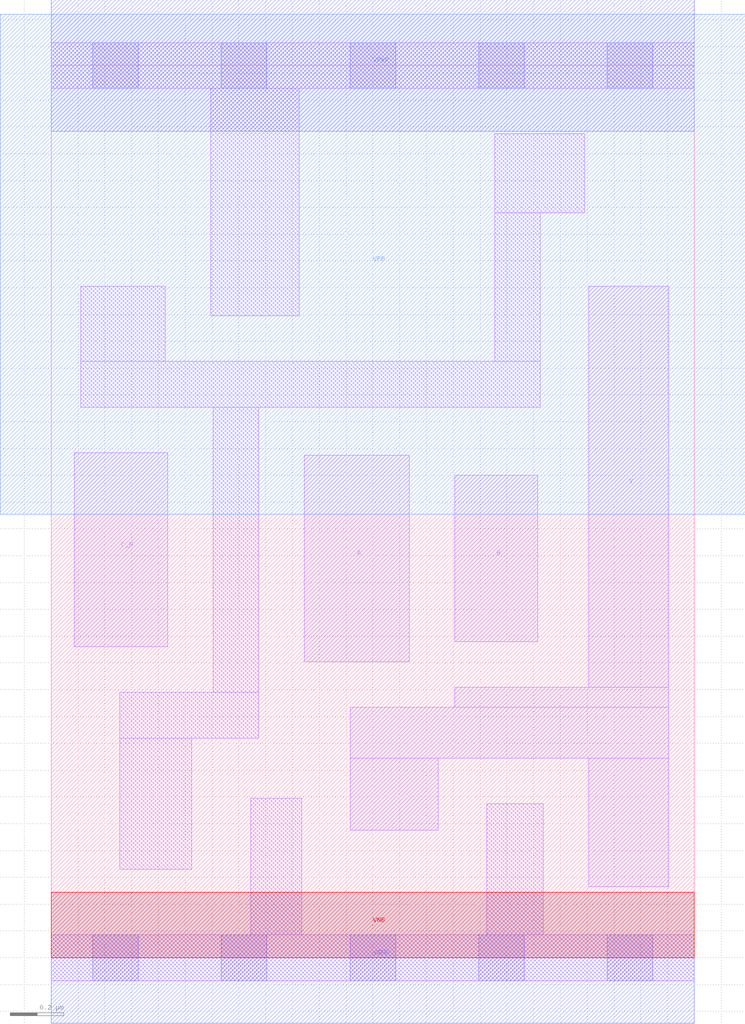
<source format=lef>
# Copyright 2020 The SkyWater PDK Authors
#
# Licensed under the Apache License, Version 2.0 (the "License");
# you may not use this file except in compliance with the License.
# You may obtain a copy of the License at
#
#     https://www.apache.org/licenses/LICENSE-2.0
#
# Unless required by applicable law or agreed to in writing, software
# distributed under the License is distributed on an "AS IS" BASIS,
# WITHOUT WARRANTIES OR CONDITIONS OF ANY KIND, either express or implied.
# See the License for the specific language governing permissions and
# limitations under the License.
#
# SPDX-License-Identifier: Apache-2.0

VERSION 5.7 ;
  NOWIREEXTENSIONATPIN ON ;
  DIVIDERCHAR "/" ;
  BUSBITCHARS "[]" ;
MACRO sky130_fd_sc_lp__nor3b_m
  CLASS CORE ;
  FOREIGN sky130_fd_sc_lp__nor3b_m ;
  ORIGIN  0.000000  0.000000 ;
  SIZE  2.400000 BY  3.330000 ;
  SYMMETRY X Y R90 ;
  SITE unit ;
  PIN A
    ANTENNAGATEAREA  0.126000 ;
    DIRECTION INPUT ;
    USE SIGNAL ;
    PORT
      LAYER li1 ;
        RECT 0.945000 1.105000 1.335000 1.875000 ;
    END
  END A
  PIN B
    ANTENNAGATEAREA  0.126000 ;
    DIRECTION INPUT ;
    USE SIGNAL ;
    PORT
      LAYER li1 ;
        RECT 1.505000 1.180000 1.815000 1.800000 ;
    END
  END B
  PIN C_N
    ANTENNAGATEAREA  0.126000 ;
    DIRECTION INPUT ;
    USE SIGNAL ;
    PORT
      LAYER li1 ;
        RECT 0.085000 1.160000 0.435000 1.885000 ;
    END
  END C_N
  PIN Y
    ANTENNADIFFAREA  0.340200 ;
    DIRECTION OUTPUT ;
    USE SIGNAL ;
    PORT
      LAYER li1 ;
        RECT 1.115000 0.475000 1.445000 0.745000 ;
        RECT 1.115000 0.745000 2.305000 0.935000 ;
        RECT 1.505000 0.935000 2.305000 1.010000 ;
        RECT 2.005000 0.265000 2.305000 0.745000 ;
        RECT 2.005000 1.010000 2.305000 2.505000 ;
    END
  END Y
  PIN VGND
    DIRECTION INOUT ;
    USE GROUND ;
    PORT
      LAYER met1 ;
        RECT 0.000000 -0.245000 2.400000 0.245000 ;
    END
  END VGND
  PIN VNB
    DIRECTION INOUT ;
    USE GROUND ;
    PORT
      LAYER pwell ;
        RECT 0.000000 0.000000 2.400000 0.245000 ;
    END
  END VNB
  PIN VPB
    DIRECTION INOUT ;
    USE POWER ;
    PORT
      LAYER nwell ;
        RECT -0.190000 1.655000 2.590000 3.520000 ;
    END
  END VPB
  PIN VPWR
    DIRECTION INOUT ;
    USE POWER ;
    PORT
      LAYER met1 ;
        RECT 0.000000 3.085000 2.400000 3.575000 ;
    END
  END VPWR
  OBS
    LAYER li1 ;
      RECT 0.000000 -0.085000 2.400000 0.085000 ;
      RECT 0.000000  3.245000 2.400000 3.415000 ;
      RECT 0.110000  2.055000 1.825000 2.225000 ;
      RECT 0.110000  2.225000 0.425000 2.505000 ;
      RECT 0.255000  0.330000 0.525000 0.820000 ;
      RECT 0.255000  0.820000 0.775000 0.990000 ;
      RECT 0.595000  2.395000 0.925000 3.245000 ;
      RECT 0.605000  0.990000 0.775000 2.055000 ;
      RECT 0.745000  0.085000 0.935000 0.595000 ;
      RECT 1.625000  0.085000 1.835000 0.575000 ;
      RECT 1.655000  2.225000 1.825000 2.780000 ;
      RECT 1.655000  2.780000 1.990000 3.075000 ;
    LAYER mcon ;
      RECT 0.155000 -0.085000 0.325000 0.085000 ;
      RECT 0.155000  3.245000 0.325000 3.415000 ;
      RECT 0.635000 -0.085000 0.805000 0.085000 ;
      RECT 0.635000  3.245000 0.805000 3.415000 ;
      RECT 1.115000 -0.085000 1.285000 0.085000 ;
      RECT 1.115000  3.245000 1.285000 3.415000 ;
      RECT 1.595000 -0.085000 1.765000 0.085000 ;
      RECT 1.595000  3.245000 1.765000 3.415000 ;
      RECT 2.075000 -0.085000 2.245000 0.085000 ;
      RECT 2.075000  3.245000 2.245000 3.415000 ;
  END
END sky130_fd_sc_lp__nor3b_m
END LIBRARY

</source>
